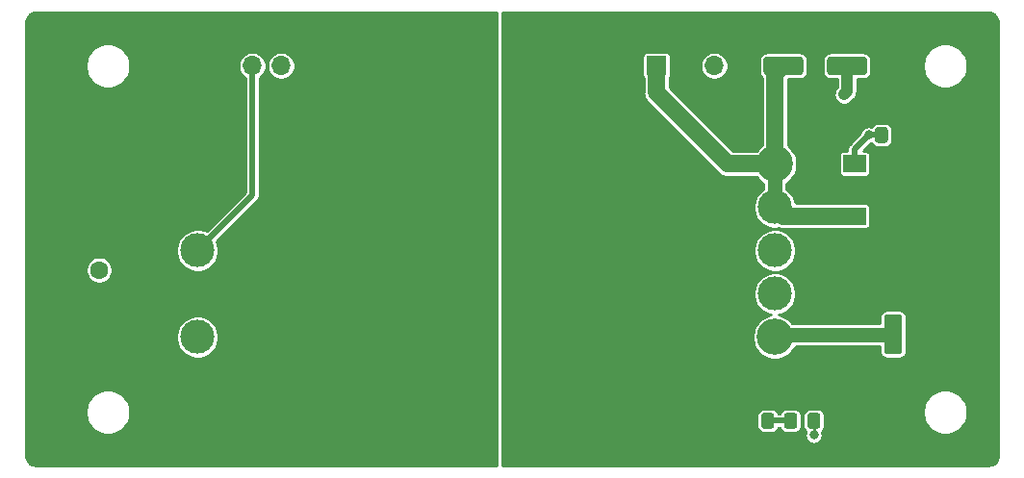
<source format=gbr>
%TF.GenerationSoftware,KiCad,Pcbnew,(5.1.12)-1*%
%TF.CreationDate,2022-03-07T22:28:18-06:00*%
%TF.ProjectId,Power_Board,506f7765-725f-4426-9f61-72642e6b6963,rev?*%
%TF.SameCoordinates,Original*%
%TF.FileFunction,Copper,L1,Top*%
%TF.FilePolarity,Positive*%
%FSLAX46Y46*%
G04 Gerber Fmt 4.6, Leading zero omitted, Abs format (unit mm)*
G04 Created by KiCad (PCBNEW (5.1.12)-1) date 2022-03-07 22:28:18*
%MOMM*%
%LPD*%
G01*
G04 APERTURE LIST*
%TA.AperFunction,SMDPad,CuDef*%
%ADD10R,2.000000X3.800000*%
%TD*%
%TA.AperFunction,SMDPad,CuDef*%
%ADD11R,2.000000X1.500000*%
%TD*%
%TA.AperFunction,ComponentPad*%
%ADD12C,3.000000*%
%TD*%
%TA.AperFunction,ComponentPad*%
%ADD13C,3.200000*%
%TD*%
%TA.AperFunction,ComponentPad*%
%ADD14R,1.600000X1.600000*%
%TD*%
%TA.AperFunction,ComponentPad*%
%ADD15C,1.600000*%
%TD*%
%TA.AperFunction,ComponentPad*%
%ADD16R,1.700000X1.700000*%
%TD*%
%TA.AperFunction,ComponentPad*%
%ADD17O,1.700000X1.700000*%
%TD*%
%TA.AperFunction,ViaPad*%
%ADD18C,0.800000*%
%TD*%
%TA.AperFunction,Conductor*%
%ADD19C,1.524000*%
%TD*%
%TA.AperFunction,Conductor*%
%ADD20C,1.270000*%
%TD*%
%TA.AperFunction,Conductor*%
%ADD21C,0.508000*%
%TD*%
%TA.AperFunction,Conductor*%
%ADD22C,0.254000*%
%TD*%
%TA.AperFunction,Conductor*%
%ADD23C,1.016000*%
%TD*%
%TA.AperFunction,Conductor*%
%ADD24C,0.100000*%
%TD*%
G04 APERTURE END LIST*
%TO.P,C10,2*%
%TO.N,GND*%
%TA.AperFunction,SMDPad,CuDef*%
G36*
G01*
X178493000Y-81337999D02*
X178493000Y-82238001D01*
G75*
G02*
X178243001Y-82488000I-249999J0D01*
G01*
X177592999Y-82488000D01*
G75*
G02*
X177343000Y-82238001I0J249999D01*
G01*
X177343000Y-81337999D01*
G75*
G02*
X177592999Y-81088000I249999J0D01*
G01*
X178243001Y-81088000D01*
G75*
G02*
X178493000Y-81337999I0J-249999D01*
G01*
G37*
%TD.AperFunction*%
%TO.P,C10,1*%
%TO.N,+3V3*%
%TA.AperFunction,SMDPad,CuDef*%
G36*
G01*
X180543000Y-81337999D02*
X180543000Y-82238001D01*
G75*
G02*
X180293001Y-82488000I-249999J0D01*
G01*
X179642999Y-82488000D01*
G75*
G02*
X179393000Y-82238001I0J249999D01*
G01*
X179393000Y-81337999D01*
G75*
G02*
X179642999Y-81088000I249999J0D01*
G01*
X180293001Y-81088000D01*
G75*
G02*
X180543000Y-81337999I0J-249999D01*
G01*
G37*
%TD.AperFunction*%
%TD*%
D10*
%TO.P,U4,2*%
%TO.N,+3V3*%
X181839000Y-86614000D03*
D11*
X175539000Y-86614000D03*
%TO.P,U4,3*%
%TO.N,+12V*%
X175539000Y-88914000D03*
%TO.P,U4,1*%
%TO.N,GND*%
X175539000Y-84314000D03*
%TD*%
D12*
%TO.P,U5,1*%
%TO.N,VOUT+*%
X117729000Y-84328000D03*
%TO.P,U5,2*%
%TO.N,PWRGD*%
X117729000Y-91948000D03*
%TO.P,U5,3*%
%TO.N,VOUT-*%
X117729000Y-99568000D03*
D13*
%TO.P,U5,4*%
%TO.N,GND*%
X168529000Y-99568000D03*
D12*
%TO.P,U5,5*%
X168529000Y-95758000D03*
%TO.P,U5,6*%
%TO.N,Net-(U5-Pad6)*%
X168529000Y-91948000D03*
%TO.P,U5,7*%
%TO.N,+12V*%
X168529000Y-88138000D03*
D13*
%TO.P,U5,8*%
X168529000Y-84328000D03*
%TD*%
%TO.P,C9,2*%
%TO.N,GND*%
%TA.AperFunction,SMDPad,CuDef*%
G36*
G01*
X178393000Y-97570000D02*
X179493000Y-97570000D01*
G75*
G02*
X179743000Y-97820000I0J-250000D01*
G01*
X179743000Y-100820000D01*
G75*
G02*
X179493000Y-101070000I-250000J0D01*
G01*
X178393000Y-101070000D01*
G75*
G02*
X178143000Y-100820000I0J250000D01*
G01*
X178143000Y-97820000D01*
G75*
G02*
X178393000Y-97570000I250000J0D01*
G01*
G37*
%TD.AperFunction*%
%TO.P,C9,1*%
%TO.N,+3V3*%
%TA.AperFunction,SMDPad,CuDef*%
G36*
G01*
X178393000Y-91970000D02*
X179493000Y-91970000D01*
G75*
G02*
X179743000Y-92220000I0J-250000D01*
G01*
X179743000Y-95220000D01*
G75*
G02*
X179493000Y-95470000I-250000J0D01*
G01*
X178393000Y-95470000D01*
G75*
G02*
X178143000Y-95220000I0J250000D01*
G01*
X178143000Y-92220000D01*
G75*
G02*
X178393000Y-91970000I250000J0D01*
G01*
G37*
%TD.AperFunction*%
%TD*%
D14*
%TO.P,C40,1*%
%TO.N,VOUT+*%
X109093000Y-90170000D03*
D15*
%TO.P,C40,2*%
%TO.N,VOUT-*%
X109093000Y-93670000D03*
%TD*%
%TO.P,D7,2*%
%TO.N,Net-(D7-Pad2)*%
%TA.AperFunction,SMDPad,CuDef*%
G36*
G01*
X170492000Y-106483999D02*
X170492000Y-107384001D01*
G75*
G02*
X170242001Y-107634000I-249999J0D01*
G01*
X169591999Y-107634000D01*
G75*
G02*
X169342000Y-107384001I0J249999D01*
G01*
X169342000Y-106483999D01*
G75*
G02*
X169591999Y-106234000I249999J0D01*
G01*
X170242001Y-106234000D01*
G75*
G02*
X170492000Y-106483999I0J-249999D01*
G01*
G37*
%TD.AperFunction*%
%TO.P,D7,1*%
%TO.N,GND*%
%TA.AperFunction,SMDPad,CuDef*%
G36*
G01*
X172542000Y-106483999D02*
X172542000Y-107384001D01*
G75*
G02*
X172292001Y-107634000I-249999J0D01*
G01*
X171641999Y-107634000D01*
G75*
G02*
X171392000Y-107384001I0J249999D01*
G01*
X171392000Y-106483999D01*
G75*
G02*
X171641999Y-106234000I249999J0D01*
G01*
X172292001Y-106234000D01*
G75*
G02*
X172542000Y-106483999I0J-249999D01*
G01*
G37*
%TD.AperFunction*%
%TD*%
%TO.P,R39,2*%
%TO.N,+3V3*%
%TA.AperFunction,SMDPad,CuDef*%
G36*
G01*
X166428000Y-106483999D02*
X166428000Y-107384001D01*
G75*
G02*
X166178001Y-107634000I-249999J0D01*
G01*
X165527999Y-107634000D01*
G75*
G02*
X165278000Y-107384001I0J249999D01*
G01*
X165278000Y-106483999D01*
G75*
G02*
X165527999Y-106234000I249999J0D01*
G01*
X166178001Y-106234000D01*
G75*
G02*
X166428000Y-106483999I0J-249999D01*
G01*
G37*
%TD.AperFunction*%
%TO.P,R39,1*%
%TO.N,Net-(D7-Pad2)*%
%TA.AperFunction,SMDPad,CuDef*%
G36*
G01*
X168478000Y-106483999D02*
X168478000Y-107384001D01*
G75*
G02*
X168228001Y-107634000I-249999J0D01*
G01*
X167577999Y-107634000D01*
G75*
G02*
X167328000Y-107384001I0J249999D01*
G01*
X167328000Y-106483999D01*
G75*
G02*
X167577999Y-106234000I249999J0D01*
G01*
X168228001Y-106234000D01*
G75*
G02*
X168478000Y-106483999I0J-249999D01*
G01*
G37*
%TD.AperFunction*%
%TD*%
D16*
%TO.P,J5,1*%
%TO.N,VOUT+*%
X120015000Y-75692000D03*
D17*
%TO.P,J5,2*%
%TO.N,PWRGD*%
X122555000Y-75692000D03*
%TO.P,J5,3*%
%TO.N,VOUT-*%
X125095000Y-75692000D03*
%TD*%
%TO.P,J6,3*%
%TO.N,GND*%
X163195000Y-75692000D03*
%TO.P,J6,2*%
%TO.N,+3V3*%
X160655000Y-75692000D03*
D16*
%TO.P,J6,1*%
%TO.N,+12V*%
X158115000Y-75692000D03*
%TD*%
%TO.P,C8,1*%
%TO.N,+12V*%
%TA.AperFunction,SMDPad,CuDef*%
G36*
G01*
X167535000Y-76242000D02*
X167535000Y-75142000D01*
G75*
G02*
X167785000Y-74892000I250000J0D01*
G01*
X170785000Y-74892000D01*
G75*
G02*
X171035000Y-75142000I0J-250000D01*
G01*
X171035000Y-76242000D01*
G75*
G02*
X170785000Y-76492000I-250000J0D01*
G01*
X167785000Y-76492000D01*
G75*
G02*
X167535000Y-76242000I0J250000D01*
G01*
G37*
%TD.AperFunction*%
%TO.P,C8,2*%
%TO.N,GND*%
%TA.AperFunction,SMDPad,CuDef*%
G36*
G01*
X173135000Y-76242000D02*
X173135000Y-75142000D01*
G75*
G02*
X173385000Y-74892000I250000J0D01*
G01*
X176385000Y-74892000D01*
G75*
G02*
X176635000Y-75142000I0J-250000D01*
G01*
X176635000Y-76242000D01*
G75*
G02*
X176385000Y-76492000I-250000J0D01*
G01*
X173385000Y-76492000D01*
G75*
G02*
X173135000Y-76242000I0J250000D01*
G01*
G37*
%TD.AperFunction*%
%TD*%
D18*
%TO.N,GND*%
X171958000Y-108204000D03*
X176784000Y-81788000D03*
X174625000Y-78232000D03*
%TD*%
D19*
%TO.N,+3V3*%
X175539000Y-86614000D02*
X181839000Y-86614000D01*
D20*
X179968000Y-84743000D02*
X181839000Y-86614000D01*
X179968000Y-81788000D02*
X179968000Y-84743000D01*
X181839000Y-90824000D02*
X178943000Y-93720000D01*
X181839000Y-86614000D02*
X181839000Y-90824000D01*
D21*
%TO.N,PWRGD*%
X122555000Y-87122000D02*
X117729000Y-91948000D01*
X122555000Y-75692000D02*
X122555000Y-87122000D01*
D20*
%TO.N,+12V*%
X168529000Y-84328000D02*
X168529000Y-88138000D01*
D19*
X169305000Y-88914000D02*
X175539000Y-88914000D01*
X168529000Y-88138000D02*
X169305000Y-88914000D01*
X164377000Y-84328000D02*
X168529000Y-84328000D01*
X158115000Y-78066000D02*
X164377000Y-84328000D01*
X158115000Y-75692000D02*
X158115000Y-78066000D01*
X168529000Y-76448000D02*
X169285000Y-75692000D01*
X168529000Y-84328000D02*
X168529000Y-76448000D01*
D22*
%TO.N,GND*%
X171967000Y-108195000D02*
X171958000Y-108204000D01*
X171967000Y-106934000D02*
X171967000Y-108195000D01*
D21*
X177918000Y-81788000D02*
X176784000Y-81788000D01*
X175539000Y-83033000D02*
X176784000Y-81788000D01*
X175539000Y-84314000D02*
X175539000Y-83033000D01*
D20*
X168777000Y-99320000D02*
X168529000Y-99568000D01*
X178943000Y-99320000D02*
X168777000Y-99320000D01*
D23*
X174885000Y-77972000D02*
X174625000Y-78232000D01*
X174885000Y-75692000D02*
X174885000Y-77972000D01*
D21*
%TO.N,Net-(D7-Pad2)*%
X167903000Y-106934000D02*
X169917000Y-106934000D01*
%TD*%
D22*
%TO.N,VOUT+*%
X144018000Y-110846000D02*
X103524854Y-110846000D01*
X103337559Y-110827636D01*
X103176497Y-110779008D01*
X103027949Y-110700023D01*
X102897570Y-110593689D01*
X102790326Y-110464054D01*
X102710305Y-110316058D01*
X102660554Y-110155339D01*
X102641000Y-109969293D01*
X102641000Y-105976889D01*
X107874000Y-105976889D01*
X107874000Y-106367111D01*
X107950129Y-106749836D01*
X108099461Y-107110355D01*
X108316257Y-107434814D01*
X108592186Y-107710743D01*
X108916645Y-107927539D01*
X109277164Y-108076871D01*
X109659889Y-108153000D01*
X110050111Y-108153000D01*
X110432836Y-108076871D01*
X110793355Y-107927539D01*
X111117814Y-107710743D01*
X111393743Y-107434814D01*
X111610539Y-107110355D01*
X111759871Y-106749836D01*
X111836000Y-106367111D01*
X111836000Y-105976889D01*
X111759871Y-105594164D01*
X111610539Y-105233645D01*
X111393743Y-104909186D01*
X111117814Y-104633257D01*
X110793355Y-104416461D01*
X110432836Y-104267129D01*
X110050111Y-104191000D01*
X109659889Y-104191000D01*
X109277164Y-104267129D01*
X108916645Y-104416461D01*
X108592186Y-104633257D01*
X108316257Y-104909186D01*
X108099461Y-105233645D01*
X107950129Y-105594164D01*
X107874000Y-105976889D01*
X102641000Y-105976889D01*
X102641000Y-99382738D01*
X115848000Y-99382738D01*
X115848000Y-99753262D01*
X115920286Y-100116667D01*
X116062080Y-100458987D01*
X116267932Y-100767067D01*
X116529933Y-101029068D01*
X116838013Y-101234920D01*
X117180333Y-101376714D01*
X117543738Y-101449000D01*
X117914262Y-101449000D01*
X118277667Y-101376714D01*
X118619987Y-101234920D01*
X118928067Y-101029068D01*
X119190068Y-100767067D01*
X119395920Y-100458987D01*
X119537714Y-100116667D01*
X119610000Y-99753262D01*
X119610000Y-99382738D01*
X119537714Y-99019333D01*
X119395920Y-98677013D01*
X119190068Y-98368933D01*
X118928067Y-98106932D01*
X118619987Y-97901080D01*
X118277667Y-97759286D01*
X117914262Y-97687000D01*
X117543738Y-97687000D01*
X117180333Y-97759286D01*
X116838013Y-97901080D01*
X116529933Y-98106932D01*
X116267932Y-98368933D01*
X116062080Y-98677013D01*
X115920286Y-99019333D01*
X115848000Y-99382738D01*
X102641000Y-99382738D01*
X102641000Y-93553682D01*
X107912000Y-93553682D01*
X107912000Y-93786318D01*
X107957386Y-94014485D01*
X108046412Y-94229413D01*
X108175658Y-94422843D01*
X108340157Y-94587342D01*
X108533587Y-94716588D01*
X108748515Y-94805614D01*
X108976682Y-94851000D01*
X109209318Y-94851000D01*
X109437485Y-94805614D01*
X109652413Y-94716588D01*
X109845843Y-94587342D01*
X110010342Y-94422843D01*
X110139588Y-94229413D01*
X110228614Y-94014485D01*
X110274000Y-93786318D01*
X110274000Y-93553682D01*
X110228614Y-93325515D01*
X110139588Y-93110587D01*
X110010342Y-92917157D01*
X109845843Y-92752658D01*
X109652413Y-92623412D01*
X109437485Y-92534386D01*
X109209318Y-92489000D01*
X108976682Y-92489000D01*
X108748515Y-92534386D01*
X108533587Y-92623412D01*
X108340157Y-92752658D01*
X108175658Y-92917157D01*
X108046412Y-93110587D01*
X107957386Y-93325515D01*
X107912000Y-93553682D01*
X102641000Y-93553682D01*
X102641000Y-91762738D01*
X115848000Y-91762738D01*
X115848000Y-92133262D01*
X115920286Y-92496667D01*
X116062080Y-92838987D01*
X116267932Y-93147067D01*
X116529933Y-93409068D01*
X116838013Y-93614920D01*
X117180333Y-93756714D01*
X117543738Y-93829000D01*
X117914262Y-93829000D01*
X118277667Y-93756714D01*
X118619987Y-93614920D01*
X118928067Y-93409068D01*
X119190068Y-93147067D01*
X119395920Y-92838987D01*
X119537714Y-92496667D01*
X119610000Y-92133262D01*
X119610000Y-91762738D01*
X119537714Y-91399333D01*
X119431680Y-91143345D01*
X122981961Y-87593065D01*
X123006185Y-87573185D01*
X123026065Y-87548961D01*
X123026069Y-87548957D01*
X123085538Y-87476494D01*
X123144502Y-87366180D01*
X123180812Y-87246482D01*
X123190000Y-87153192D01*
X123190000Y-87153189D01*
X123193072Y-87122000D01*
X123190000Y-87090811D01*
X123190000Y-76748218D01*
X123339717Y-76648180D01*
X123511180Y-76476717D01*
X123645898Y-76275097D01*
X123738693Y-76051069D01*
X123786000Y-75813243D01*
X123786000Y-75570757D01*
X123864000Y-75570757D01*
X123864000Y-75813243D01*
X123911307Y-76051069D01*
X124004102Y-76275097D01*
X124138820Y-76476717D01*
X124310283Y-76648180D01*
X124511903Y-76782898D01*
X124735931Y-76875693D01*
X124973757Y-76923000D01*
X125216243Y-76923000D01*
X125454069Y-76875693D01*
X125678097Y-76782898D01*
X125879717Y-76648180D01*
X126051180Y-76476717D01*
X126185898Y-76275097D01*
X126278693Y-76051069D01*
X126326000Y-75813243D01*
X126326000Y-75570757D01*
X126278693Y-75332931D01*
X126185898Y-75108903D01*
X126051180Y-74907283D01*
X125879717Y-74735820D01*
X125678097Y-74601102D01*
X125454069Y-74508307D01*
X125216243Y-74461000D01*
X124973757Y-74461000D01*
X124735931Y-74508307D01*
X124511903Y-74601102D01*
X124310283Y-74735820D01*
X124138820Y-74907283D01*
X124004102Y-75108903D01*
X123911307Y-75332931D01*
X123864000Y-75570757D01*
X123786000Y-75570757D01*
X123738693Y-75332931D01*
X123645898Y-75108903D01*
X123511180Y-74907283D01*
X123339717Y-74735820D01*
X123138097Y-74601102D01*
X122914069Y-74508307D01*
X122676243Y-74461000D01*
X122433757Y-74461000D01*
X122195931Y-74508307D01*
X121971903Y-74601102D01*
X121770283Y-74735820D01*
X121598820Y-74907283D01*
X121464102Y-75108903D01*
X121371307Y-75332931D01*
X121324000Y-75570757D01*
X121324000Y-75813243D01*
X121371307Y-76051069D01*
X121464102Y-76275097D01*
X121598820Y-76476717D01*
X121770283Y-76648180D01*
X121920000Y-76748218D01*
X121920001Y-86858973D01*
X118533655Y-90245320D01*
X118277667Y-90139286D01*
X117914262Y-90067000D01*
X117543738Y-90067000D01*
X117180333Y-90139286D01*
X116838013Y-90281080D01*
X116529933Y-90486932D01*
X116267932Y-90748933D01*
X116062080Y-91057013D01*
X115920286Y-91399333D01*
X115848000Y-91762738D01*
X102641000Y-91762738D01*
X102641000Y-75496889D01*
X107874000Y-75496889D01*
X107874000Y-75887111D01*
X107950129Y-76269836D01*
X108099461Y-76630355D01*
X108316257Y-76954814D01*
X108592186Y-77230743D01*
X108916645Y-77447539D01*
X109277164Y-77596871D01*
X109659889Y-77673000D01*
X110050111Y-77673000D01*
X110432836Y-77596871D01*
X110793355Y-77447539D01*
X111117814Y-77230743D01*
X111393743Y-76954814D01*
X111610539Y-76630355D01*
X111759871Y-76269836D01*
X111836000Y-75887111D01*
X111836000Y-75496889D01*
X111759871Y-75114164D01*
X111610539Y-74753645D01*
X111393743Y-74429186D01*
X111117814Y-74153257D01*
X110793355Y-73936461D01*
X110432836Y-73787129D01*
X110050111Y-73711000D01*
X109659889Y-73711000D01*
X109277164Y-73787129D01*
X108916645Y-73936461D01*
X108592186Y-74153257D01*
X108316257Y-74429186D01*
X108099461Y-74753645D01*
X107950129Y-75114164D01*
X107874000Y-75496889D01*
X102641000Y-75496889D01*
X102641000Y-71901854D01*
X102659364Y-71714559D01*
X102707992Y-71553499D01*
X102786979Y-71404946D01*
X102893310Y-71274570D01*
X103022946Y-71167326D01*
X103170942Y-71087305D01*
X103331661Y-71037554D01*
X103517707Y-71018000D01*
X144018000Y-71018000D01*
X144018000Y-110846000D01*
%TA.AperFunction,Conductor*%
D24*
G36*
X144018000Y-110846000D02*
G01*
X103524854Y-110846000D01*
X103337559Y-110827636D01*
X103176497Y-110779008D01*
X103027949Y-110700023D01*
X102897570Y-110593689D01*
X102790326Y-110464054D01*
X102710305Y-110316058D01*
X102660554Y-110155339D01*
X102641000Y-109969293D01*
X102641000Y-105976889D01*
X107874000Y-105976889D01*
X107874000Y-106367111D01*
X107950129Y-106749836D01*
X108099461Y-107110355D01*
X108316257Y-107434814D01*
X108592186Y-107710743D01*
X108916645Y-107927539D01*
X109277164Y-108076871D01*
X109659889Y-108153000D01*
X110050111Y-108153000D01*
X110432836Y-108076871D01*
X110793355Y-107927539D01*
X111117814Y-107710743D01*
X111393743Y-107434814D01*
X111610539Y-107110355D01*
X111759871Y-106749836D01*
X111836000Y-106367111D01*
X111836000Y-105976889D01*
X111759871Y-105594164D01*
X111610539Y-105233645D01*
X111393743Y-104909186D01*
X111117814Y-104633257D01*
X110793355Y-104416461D01*
X110432836Y-104267129D01*
X110050111Y-104191000D01*
X109659889Y-104191000D01*
X109277164Y-104267129D01*
X108916645Y-104416461D01*
X108592186Y-104633257D01*
X108316257Y-104909186D01*
X108099461Y-105233645D01*
X107950129Y-105594164D01*
X107874000Y-105976889D01*
X102641000Y-105976889D01*
X102641000Y-99382738D01*
X115848000Y-99382738D01*
X115848000Y-99753262D01*
X115920286Y-100116667D01*
X116062080Y-100458987D01*
X116267932Y-100767067D01*
X116529933Y-101029068D01*
X116838013Y-101234920D01*
X117180333Y-101376714D01*
X117543738Y-101449000D01*
X117914262Y-101449000D01*
X118277667Y-101376714D01*
X118619987Y-101234920D01*
X118928067Y-101029068D01*
X119190068Y-100767067D01*
X119395920Y-100458987D01*
X119537714Y-100116667D01*
X119610000Y-99753262D01*
X119610000Y-99382738D01*
X119537714Y-99019333D01*
X119395920Y-98677013D01*
X119190068Y-98368933D01*
X118928067Y-98106932D01*
X118619987Y-97901080D01*
X118277667Y-97759286D01*
X117914262Y-97687000D01*
X117543738Y-97687000D01*
X117180333Y-97759286D01*
X116838013Y-97901080D01*
X116529933Y-98106932D01*
X116267932Y-98368933D01*
X116062080Y-98677013D01*
X115920286Y-99019333D01*
X115848000Y-99382738D01*
X102641000Y-99382738D01*
X102641000Y-93553682D01*
X107912000Y-93553682D01*
X107912000Y-93786318D01*
X107957386Y-94014485D01*
X108046412Y-94229413D01*
X108175658Y-94422843D01*
X108340157Y-94587342D01*
X108533587Y-94716588D01*
X108748515Y-94805614D01*
X108976682Y-94851000D01*
X109209318Y-94851000D01*
X109437485Y-94805614D01*
X109652413Y-94716588D01*
X109845843Y-94587342D01*
X110010342Y-94422843D01*
X110139588Y-94229413D01*
X110228614Y-94014485D01*
X110274000Y-93786318D01*
X110274000Y-93553682D01*
X110228614Y-93325515D01*
X110139588Y-93110587D01*
X110010342Y-92917157D01*
X109845843Y-92752658D01*
X109652413Y-92623412D01*
X109437485Y-92534386D01*
X109209318Y-92489000D01*
X108976682Y-92489000D01*
X108748515Y-92534386D01*
X108533587Y-92623412D01*
X108340157Y-92752658D01*
X108175658Y-92917157D01*
X108046412Y-93110587D01*
X107957386Y-93325515D01*
X107912000Y-93553682D01*
X102641000Y-93553682D01*
X102641000Y-91762738D01*
X115848000Y-91762738D01*
X115848000Y-92133262D01*
X115920286Y-92496667D01*
X116062080Y-92838987D01*
X116267932Y-93147067D01*
X116529933Y-93409068D01*
X116838013Y-93614920D01*
X117180333Y-93756714D01*
X117543738Y-93829000D01*
X117914262Y-93829000D01*
X118277667Y-93756714D01*
X118619987Y-93614920D01*
X118928067Y-93409068D01*
X119190068Y-93147067D01*
X119395920Y-92838987D01*
X119537714Y-92496667D01*
X119610000Y-92133262D01*
X119610000Y-91762738D01*
X119537714Y-91399333D01*
X119431680Y-91143345D01*
X122981961Y-87593065D01*
X123006185Y-87573185D01*
X123026065Y-87548961D01*
X123026069Y-87548957D01*
X123085538Y-87476494D01*
X123144502Y-87366180D01*
X123180812Y-87246482D01*
X123190000Y-87153192D01*
X123190000Y-87153189D01*
X123193072Y-87122000D01*
X123190000Y-87090811D01*
X123190000Y-76748218D01*
X123339717Y-76648180D01*
X123511180Y-76476717D01*
X123645898Y-76275097D01*
X123738693Y-76051069D01*
X123786000Y-75813243D01*
X123786000Y-75570757D01*
X123864000Y-75570757D01*
X123864000Y-75813243D01*
X123911307Y-76051069D01*
X124004102Y-76275097D01*
X124138820Y-76476717D01*
X124310283Y-76648180D01*
X124511903Y-76782898D01*
X124735931Y-76875693D01*
X124973757Y-76923000D01*
X125216243Y-76923000D01*
X125454069Y-76875693D01*
X125678097Y-76782898D01*
X125879717Y-76648180D01*
X126051180Y-76476717D01*
X126185898Y-76275097D01*
X126278693Y-76051069D01*
X126326000Y-75813243D01*
X126326000Y-75570757D01*
X126278693Y-75332931D01*
X126185898Y-75108903D01*
X126051180Y-74907283D01*
X125879717Y-74735820D01*
X125678097Y-74601102D01*
X125454069Y-74508307D01*
X125216243Y-74461000D01*
X124973757Y-74461000D01*
X124735931Y-74508307D01*
X124511903Y-74601102D01*
X124310283Y-74735820D01*
X124138820Y-74907283D01*
X124004102Y-75108903D01*
X123911307Y-75332931D01*
X123864000Y-75570757D01*
X123786000Y-75570757D01*
X123738693Y-75332931D01*
X123645898Y-75108903D01*
X123511180Y-74907283D01*
X123339717Y-74735820D01*
X123138097Y-74601102D01*
X122914069Y-74508307D01*
X122676243Y-74461000D01*
X122433757Y-74461000D01*
X122195931Y-74508307D01*
X121971903Y-74601102D01*
X121770283Y-74735820D01*
X121598820Y-74907283D01*
X121464102Y-75108903D01*
X121371307Y-75332931D01*
X121324000Y-75570757D01*
X121324000Y-75813243D01*
X121371307Y-76051069D01*
X121464102Y-76275097D01*
X121598820Y-76476717D01*
X121770283Y-76648180D01*
X121920000Y-76748218D01*
X121920001Y-86858973D01*
X118533655Y-90245320D01*
X118277667Y-90139286D01*
X117914262Y-90067000D01*
X117543738Y-90067000D01*
X117180333Y-90139286D01*
X116838013Y-90281080D01*
X116529933Y-90486932D01*
X116267932Y-90748933D01*
X116062080Y-91057013D01*
X115920286Y-91399333D01*
X115848000Y-91762738D01*
X102641000Y-91762738D01*
X102641000Y-75496889D01*
X107874000Y-75496889D01*
X107874000Y-75887111D01*
X107950129Y-76269836D01*
X108099461Y-76630355D01*
X108316257Y-76954814D01*
X108592186Y-77230743D01*
X108916645Y-77447539D01*
X109277164Y-77596871D01*
X109659889Y-77673000D01*
X110050111Y-77673000D01*
X110432836Y-77596871D01*
X110793355Y-77447539D01*
X111117814Y-77230743D01*
X111393743Y-76954814D01*
X111610539Y-76630355D01*
X111759871Y-76269836D01*
X111836000Y-75887111D01*
X111836000Y-75496889D01*
X111759871Y-75114164D01*
X111610539Y-74753645D01*
X111393743Y-74429186D01*
X111117814Y-74153257D01*
X110793355Y-73936461D01*
X110432836Y-73787129D01*
X110050111Y-73711000D01*
X109659889Y-73711000D01*
X109277164Y-73787129D01*
X108916645Y-73936461D01*
X108592186Y-74153257D01*
X108316257Y-74429186D01*
X108099461Y-74753645D01*
X107950129Y-75114164D01*
X107874000Y-75496889D01*
X102641000Y-75496889D01*
X102641000Y-71901854D01*
X102659364Y-71714559D01*
X102707992Y-71553499D01*
X102786979Y-71404946D01*
X102893310Y-71274570D01*
X103022946Y-71167326D01*
X103170942Y-71087305D01*
X103331661Y-71037554D01*
X103517707Y-71018000D01*
X144018000Y-71018000D01*
X144018000Y-110846000D01*
G37*
%TD.AperFunction*%
%TD*%
D22*
%TO.N,+3V3*%
X187492441Y-71036364D02*
X187653501Y-71084992D01*
X187802054Y-71163979D01*
X187932430Y-71270310D01*
X188039674Y-71399946D01*
X188119695Y-71547942D01*
X188169446Y-71708661D01*
X188189000Y-71894707D01*
X188189001Y-109962136D01*
X188170636Y-110149441D01*
X188122008Y-110310503D01*
X188043023Y-110459051D01*
X187936689Y-110589430D01*
X187807054Y-110696674D01*
X187659058Y-110776695D01*
X187498339Y-110826446D01*
X187312293Y-110846000D01*
X144526000Y-110846000D01*
X144526000Y-106483999D01*
X166945157Y-106483999D01*
X166945157Y-107384001D01*
X166957317Y-107507462D01*
X166993329Y-107626179D01*
X167051810Y-107735589D01*
X167130512Y-107831488D01*
X167226411Y-107910190D01*
X167335821Y-107968671D01*
X167454538Y-108004683D01*
X167577999Y-108016843D01*
X168228001Y-108016843D01*
X168351462Y-108004683D01*
X168470179Y-107968671D01*
X168579589Y-107910190D01*
X168675488Y-107831488D01*
X168754190Y-107735589D01*
X168812671Y-107626179D01*
X168830016Y-107569000D01*
X168989984Y-107569000D01*
X169007329Y-107626179D01*
X169065810Y-107735589D01*
X169144512Y-107831488D01*
X169240411Y-107910190D01*
X169349821Y-107968671D01*
X169468538Y-108004683D01*
X169591999Y-108016843D01*
X170242001Y-108016843D01*
X170365462Y-108004683D01*
X170484179Y-107968671D01*
X170593589Y-107910190D01*
X170689488Y-107831488D01*
X170768190Y-107735589D01*
X170826671Y-107626179D01*
X170862683Y-107507462D01*
X170874843Y-107384001D01*
X170874843Y-106483999D01*
X171009157Y-106483999D01*
X171009157Y-107384001D01*
X171021317Y-107507462D01*
X171057329Y-107626179D01*
X171115810Y-107735589D01*
X171194512Y-107831488D01*
X171248574Y-107875855D01*
X171207013Y-107976191D01*
X171177000Y-108127078D01*
X171177000Y-108280922D01*
X171207013Y-108431809D01*
X171265887Y-108573942D01*
X171351358Y-108701859D01*
X171460141Y-108810642D01*
X171588058Y-108896113D01*
X171730191Y-108954987D01*
X171881078Y-108985000D01*
X172034922Y-108985000D01*
X172185809Y-108954987D01*
X172327942Y-108896113D01*
X172455859Y-108810642D01*
X172564642Y-108701859D01*
X172650113Y-108573942D01*
X172708987Y-108431809D01*
X172739000Y-108280922D01*
X172739000Y-108127078D01*
X172708987Y-107976191D01*
X172671993Y-107886880D01*
X172739488Y-107831488D01*
X172818190Y-107735589D01*
X172876671Y-107626179D01*
X172912683Y-107507462D01*
X172924843Y-107384001D01*
X172924843Y-106483999D01*
X172912683Y-106360538D01*
X172876671Y-106241821D01*
X172818190Y-106132411D01*
X172739488Y-106036512D01*
X172666837Y-105976889D01*
X181534000Y-105976889D01*
X181534000Y-106367111D01*
X181610129Y-106749836D01*
X181759461Y-107110355D01*
X181976257Y-107434814D01*
X182252186Y-107710743D01*
X182576645Y-107927539D01*
X182937164Y-108076871D01*
X183319889Y-108153000D01*
X183710111Y-108153000D01*
X184092836Y-108076871D01*
X184453355Y-107927539D01*
X184777814Y-107710743D01*
X185053743Y-107434814D01*
X185270539Y-107110355D01*
X185419871Y-106749836D01*
X185496000Y-106367111D01*
X185496000Y-105976889D01*
X185419871Y-105594164D01*
X185270539Y-105233645D01*
X185053743Y-104909186D01*
X184777814Y-104633257D01*
X184453355Y-104416461D01*
X184092836Y-104267129D01*
X183710111Y-104191000D01*
X183319889Y-104191000D01*
X182937164Y-104267129D01*
X182576645Y-104416461D01*
X182252186Y-104633257D01*
X181976257Y-104909186D01*
X181759461Y-105233645D01*
X181610129Y-105594164D01*
X181534000Y-105976889D01*
X172666837Y-105976889D01*
X172643589Y-105957810D01*
X172534179Y-105899329D01*
X172415462Y-105863317D01*
X172292001Y-105851157D01*
X171641999Y-105851157D01*
X171518538Y-105863317D01*
X171399821Y-105899329D01*
X171290411Y-105957810D01*
X171194512Y-106036512D01*
X171115810Y-106132411D01*
X171057329Y-106241821D01*
X171021317Y-106360538D01*
X171009157Y-106483999D01*
X170874843Y-106483999D01*
X170862683Y-106360538D01*
X170826671Y-106241821D01*
X170768190Y-106132411D01*
X170689488Y-106036512D01*
X170593589Y-105957810D01*
X170484179Y-105899329D01*
X170365462Y-105863317D01*
X170242001Y-105851157D01*
X169591999Y-105851157D01*
X169468538Y-105863317D01*
X169349821Y-105899329D01*
X169240411Y-105957810D01*
X169144512Y-106036512D01*
X169065810Y-106132411D01*
X169007329Y-106241821D01*
X168989984Y-106299000D01*
X168830016Y-106299000D01*
X168812671Y-106241821D01*
X168754190Y-106132411D01*
X168675488Y-106036512D01*
X168579589Y-105957810D01*
X168470179Y-105899329D01*
X168351462Y-105863317D01*
X168228001Y-105851157D01*
X167577999Y-105851157D01*
X167454538Y-105863317D01*
X167335821Y-105899329D01*
X167226411Y-105957810D01*
X167130512Y-106036512D01*
X167051810Y-106132411D01*
X166993329Y-106241821D01*
X166957317Y-106360538D01*
X166945157Y-106483999D01*
X144526000Y-106483999D01*
X144526000Y-99372889D01*
X166548000Y-99372889D01*
X166548000Y-99763111D01*
X166624129Y-100145836D01*
X166773461Y-100506355D01*
X166990257Y-100830814D01*
X167266186Y-101106743D01*
X167590645Y-101323539D01*
X167951164Y-101472871D01*
X168333889Y-101549000D01*
X168724111Y-101549000D01*
X169106836Y-101472871D01*
X169467355Y-101323539D01*
X169791814Y-101106743D01*
X170067743Y-100830814D01*
X170284539Y-100506355D01*
X170355102Y-100336000D01*
X177760157Y-100336000D01*
X177760157Y-100820000D01*
X177772317Y-100943462D01*
X177808329Y-101062179D01*
X177866810Y-101171589D01*
X177945512Y-101267488D01*
X178041411Y-101346190D01*
X178150821Y-101404671D01*
X178269538Y-101440683D01*
X178393000Y-101452843D01*
X179493000Y-101452843D01*
X179616462Y-101440683D01*
X179735179Y-101404671D01*
X179844589Y-101346190D01*
X179940488Y-101267488D01*
X180019190Y-101171589D01*
X180077671Y-101062179D01*
X180113683Y-100943462D01*
X180125843Y-100820000D01*
X180125843Y-97820000D01*
X180113683Y-97696538D01*
X180077671Y-97577821D01*
X180019190Y-97468411D01*
X179940488Y-97372512D01*
X179844589Y-97293810D01*
X179735179Y-97235329D01*
X179616462Y-97199317D01*
X179493000Y-97187157D01*
X178393000Y-97187157D01*
X178269538Y-97199317D01*
X178150821Y-97235329D01*
X178041411Y-97293810D01*
X177945512Y-97372512D01*
X177866810Y-97468411D01*
X177808329Y-97577821D01*
X177772317Y-97696538D01*
X177760157Y-97820000D01*
X177760157Y-98304000D01*
X170066557Y-98304000D01*
X169791814Y-98029257D01*
X169467355Y-97812461D01*
X169106836Y-97663129D01*
X168849897Y-97612020D01*
X169077667Y-97566714D01*
X169419987Y-97424920D01*
X169728067Y-97219068D01*
X169990068Y-96957067D01*
X170195920Y-96648987D01*
X170337714Y-96306667D01*
X170410000Y-95943262D01*
X170410000Y-95572738D01*
X170337714Y-95209333D01*
X170195920Y-94867013D01*
X169990068Y-94558933D01*
X169728067Y-94296932D01*
X169419987Y-94091080D01*
X169077667Y-93949286D01*
X168714262Y-93877000D01*
X168343738Y-93877000D01*
X167980333Y-93949286D01*
X167638013Y-94091080D01*
X167329933Y-94296932D01*
X167067932Y-94558933D01*
X166862080Y-94867013D01*
X166720286Y-95209333D01*
X166648000Y-95572738D01*
X166648000Y-95943262D01*
X166720286Y-96306667D01*
X166862080Y-96648987D01*
X167067932Y-96957067D01*
X167329933Y-97219068D01*
X167638013Y-97424920D01*
X167980333Y-97566714D01*
X168208103Y-97612020D01*
X167951164Y-97663129D01*
X167590645Y-97812461D01*
X167266186Y-98029257D01*
X166990257Y-98305186D01*
X166773461Y-98629645D01*
X166624129Y-98990164D01*
X166548000Y-99372889D01*
X144526000Y-99372889D01*
X144526000Y-91762738D01*
X166648000Y-91762738D01*
X166648000Y-92133262D01*
X166720286Y-92496667D01*
X166862080Y-92838987D01*
X167067932Y-93147067D01*
X167329933Y-93409068D01*
X167638013Y-93614920D01*
X167980333Y-93756714D01*
X168343738Y-93829000D01*
X168714262Y-93829000D01*
X169077667Y-93756714D01*
X169419987Y-93614920D01*
X169728067Y-93409068D01*
X169990068Y-93147067D01*
X170195920Y-92838987D01*
X170337714Y-92496667D01*
X170410000Y-92133262D01*
X170410000Y-91762738D01*
X170337714Y-91399333D01*
X170195920Y-91057013D01*
X169990068Y-90748933D01*
X169728067Y-90486932D01*
X169419987Y-90281080D01*
X169077667Y-90139286D01*
X168714262Y-90067000D01*
X168343738Y-90067000D01*
X167980333Y-90139286D01*
X167638013Y-90281080D01*
X167329933Y-90486932D01*
X167067932Y-90748933D01*
X166862080Y-91057013D01*
X166720286Y-91399333D01*
X166648000Y-91762738D01*
X144526000Y-91762738D01*
X144526000Y-74842000D01*
X156882157Y-74842000D01*
X156882157Y-76542000D01*
X156889513Y-76616689D01*
X156911299Y-76688508D01*
X156946678Y-76754696D01*
X156972000Y-76785552D01*
X156972001Y-78009852D01*
X156966471Y-78066000D01*
X156988539Y-78290067D01*
X157023791Y-78406274D01*
X157053898Y-78505523D01*
X157160033Y-78704089D01*
X157302868Y-78878133D01*
X157346478Y-78913923D01*
X163529081Y-85096528D01*
X163564867Y-85140133D01*
X163608471Y-85175918D01*
X163608477Y-85175924D01*
X163718668Y-85266355D01*
X163738911Y-85282968D01*
X163937477Y-85389103D01*
X164087574Y-85434635D01*
X164152932Y-85454461D01*
X164175600Y-85456694D01*
X164320854Y-85471000D01*
X164320860Y-85471000D01*
X164376999Y-85476529D01*
X164433138Y-85471000D01*
X166910200Y-85471000D01*
X166990257Y-85590814D01*
X167266186Y-85866743D01*
X167513000Y-86031659D01*
X167513001Y-86554610D01*
X167329933Y-86676932D01*
X167067932Y-86938933D01*
X166862080Y-87247013D01*
X166720286Y-87589333D01*
X166648000Y-87952738D01*
X166648000Y-88323262D01*
X166720286Y-88686667D01*
X166862080Y-89028987D01*
X167067932Y-89337067D01*
X167329933Y-89599068D01*
X167638013Y-89804920D01*
X167980333Y-89946714D01*
X168343738Y-90019000D01*
X168714262Y-90019000D01*
X168892989Y-89983449D01*
X169080932Y-90040461D01*
X169101517Y-90042488D01*
X169248854Y-90057000D01*
X169248861Y-90057000D01*
X169305000Y-90062529D01*
X169361139Y-90057000D01*
X175595146Y-90057000D01*
X175698270Y-90046843D01*
X176539000Y-90046843D01*
X176613689Y-90039487D01*
X176685508Y-90017701D01*
X176751696Y-89982322D01*
X176809711Y-89934711D01*
X176857322Y-89876696D01*
X176892701Y-89810508D01*
X176914487Y-89738689D01*
X176921843Y-89664000D01*
X176921843Y-88164000D01*
X176914487Y-88089311D01*
X176892701Y-88017492D01*
X176857322Y-87951304D01*
X176809711Y-87893289D01*
X176751696Y-87845678D01*
X176685508Y-87810299D01*
X176613689Y-87788513D01*
X176539000Y-87781157D01*
X175698270Y-87781157D01*
X175595146Y-87771000D01*
X170373850Y-87771000D01*
X170337714Y-87589333D01*
X170195920Y-87247013D01*
X169990068Y-86938933D01*
X169728067Y-86676932D01*
X169545000Y-86554611D01*
X169545000Y-86031658D01*
X169791814Y-85866743D01*
X170067743Y-85590814D01*
X170284539Y-85266355D01*
X170433871Y-84905836D01*
X170510000Y-84523111D01*
X170510000Y-84132889D01*
X170433871Y-83750164D01*
X170356760Y-83564000D01*
X174156157Y-83564000D01*
X174156157Y-85064000D01*
X174163513Y-85138689D01*
X174185299Y-85210508D01*
X174220678Y-85276696D01*
X174268289Y-85334711D01*
X174326304Y-85382322D01*
X174392492Y-85417701D01*
X174464311Y-85439487D01*
X174539000Y-85446843D01*
X176539000Y-85446843D01*
X176613689Y-85439487D01*
X176685508Y-85417701D01*
X176751696Y-85382322D01*
X176809711Y-85334711D01*
X176857322Y-85276696D01*
X176892701Y-85210508D01*
X176914487Y-85138689D01*
X176921843Y-85064000D01*
X176921843Y-83564000D01*
X176914487Y-83489311D01*
X176892701Y-83417492D01*
X176857322Y-83351304D01*
X176809711Y-83293289D01*
X176751696Y-83245678D01*
X176685508Y-83210299D01*
X176613689Y-83188513D01*
X176539000Y-83181157D01*
X176288867Y-83181157D01*
X176910982Y-82559042D01*
X177011809Y-82538987D01*
X177034695Y-82529507D01*
X177066810Y-82589589D01*
X177145512Y-82685488D01*
X177241411Y-82764190D01*
X177350821Y-82822671D01*
X177469538Y-82858683D01*
X177592999Y-82870843D01*
X178243001Y-82870843D01*
X178366462Y-82858683D01*
X178485179Y-82822671D01*
X178594589Y-82764190D01*
X178690488Y-82685488D01*
X178769190Y-82589589D01*
X178827671Y-82480179D01*
X178863683Y-82361462D01*
X178875843Y-82238001D01*
X178875843Y-81337999D01*
X178863683Y-81214538D01*
X178827671Y-81095821D01*
X178769190Y-80986411D01*
X178690488Y-80890512D01*
X178594589Y-80811810D01*
X178485179Y-80753329D01*
X178366462Y-80717317D01*
X178243001Y-80705157D01*
X177592999Y-80705157D01*
X177469538Y-80717317D01*
X177350821Y-80753329D01*
X177241411Y-80811810D01*
X177145512Y-80890512D01*
X177066810Y-80986411D01*
X177034695Y-81046493D01*
X177011809Y-81037013D01*
X176860922Y-81007000D01*
X176707078Y-81007000D01*
X176556191Y-81037013D01*
X176414058Y-81095887D01*
X176286141Y-81181358D01*
X176177358Y-81290141D01*
X176091887Y-81418058D01*
X176033013Y-81560191D01*
X176012958Y-81661018D01*
X175112046Y-82561930D01*
X175087816Y-82581815D01*
X175067932Y-82606044D01*
X175008463Y-82678507D01*
X174949498Y-82788821D01*
X174913189Y-82908519D01*
X174900929Y-83033000D01*
X174904001Y-83064191D01*
X174904001Y-83181157D01*
X174539000Y-83181157D01*
X174464311Y-83188513D01*
X174392492Y-83210299D01*
X174326304Y-83245678D01*
X174268289Y-83293289D01*
X174220678Y-83351304D01*
X174185299Y-83417492D01*
X174163513Y-83489311D01*
X174156157Y-83564000D01*
X170356760Y-83564000D01*
X170284539Y-83389645D01*
X170067743Y-83065186D01*
X169791814Y-82789257D01*
X169672000Y-82709200D01*
X169672000Y-76921445D01*
X169718602Y-76874843D01*
X170785000Y-76874843D01*
X170908462Y-76862683D01*
X171027179Y-76826671D01*
X171136589Y-76768190D01*
X171232488Y-76689488D01*
X171311190Y-76593589D01*
X171369671Y-76484179D01*
X171405683Y-76365462D01*
X171417843Y-76242000D01*
X171417843Y-75142000D01*
X172752157Y-75142000D01*
X172752157Y-76242000D01*
X172764317Y-76365462D01*
X172800329Y-76484179D01*
X172858810Y-76593589D01*
X172937512Y-76689488D01*
X173033411Y-76768190D01*
X173142821Y-76826671D01*
X173261538Y-76862683D01*
X173385000Y-76874843D01*
X173996001Y-76874843D01*
X173996001Y-77603764D01*
X173965505Y-77634260D01*
X173882248Y-77735709D01*
X173799698Y-77890148D01*
X173748864Y-78057726D01*
X173731700Y-78232000D01*
X173748864Y-78406274D01*
X173799698Y-78573852D01*
X173882248Y-78728291D01*
X173993341Y-78863659D01*
X174128709Y-78974752D01*
X174283148Y-79057302D01*
X174450726Y-79108136D01*
X174625000Y-79125300D01*
X174799274Y-79108136D01*
X174966852Y-79057302D01*
X175121291Y-78974752D01*
X175222740Y-78891495D01*
X175482736Y-78631499D01*
X175516659Y-78603659D01*
X175627753Y-78468291D01*
X175710303Y-78313851D01*
X175749305Y-78185277D01*
X175761136Y-78146275D01*
X175778301Y-77972000D01*
X175774000Y-77928332D01*
X175774000Y-76874843D01*
X176385000Y-76874843D01*
X176508462Y-76862683D01*
X176627179Y-76826671D01*
X176736589Y-76768190D01*
X176832488Y-76689488D01*
X176911190Y-76593589D01*
X176969671Y-76484179D01*
X177005683Y-76365462D01*
X177017843Y-76242000D01*
X177017843Y-75496889D01*
X181534000Y-75496889D01*
X181534000Y-75887111D01*
X181610129Y-76269836D01*
X181759461Y-76630355D01*
X181976257Y-76954814D01*
X182252186Y-77230743D01*
X182576645Y-77447539D01*
X182937164Y-77596871D01*
X183319889Y-77673000D01*
X183710111Y-77673000D01*
X184092836Y-77596871D01*
X184453355Y-77447539D01*
X184777814Y-77230743D01*
X185053743Y-76954814D01*
X185270539Y-76630355D01*
X185419871Y-76269836D01*
X185496000Y-75887111D01*
X185496000Y-75496889D01*
X185419871Y-75114164D01*
X185270539Y-74753645D01*
X185053743Y-74429186D01*
X184777814Y-74153257D01*
X184453355Y-73936461D01*
X184092836Y-73787129D01*
X183710111Y-73711000D01*
X183319889Y-73711000D01*
X182937164Y-73787129D01*
X182576645Y-73936461D01*
X182252186Y-74153257D01*
X181976257Y-74429186D01*
X181759461Y-74753645D01*
X181610129Y-75114164D01*
X181534000Y-75496889D01*
X177017843Y-75496889D01*
X177017843Y-75142000D01*
X177005683Y-75018538D01*
X176969671Y-74899821D01*
X176911190Y-74790411D01*
X176832488Y-74694512D01*
X176736589Y-74615810D01*
X176627179Y-74557329D01*
X176508462Y-74521317D01*
X176385000Y-74509157D01*
X173385000Y-74509157D01*
X173261538Y-74521317D01*
X173142821Y-74557329D01*
X173033411Y-74615810D01*
X172937512Y-74694512D01*
X172858810Y-74790411D01*
X172800329Y-74899821D01*
X172764317Y-75018538D01*
X172752157Y-75142000D01*
X171417843Y-75142000D01*
X171405683Y-75018538D01*
X171369671Y-74899821D01*
X171311190Y-74790411D01*
X171232488Y-74694512D01*
X171136589Y-74615810D01*
X171027179Y-74557329D01*
X170908462Y-74521317D01*
X170785000Y-74509157D01*
X167785000Y-74509157D01*
X167661538Y-74521317D01*
X167542821Y-74557329D01*
X167433411Y-74615810D01*
X167337512Y-74694512D01*
X167258810Y-74790411D01*
X167200329Y-74899821D01*
X167164317Y-75018538D01*
X167152157Y-75142000D01*
X167152157Y-76242000D01*
X167164317Y-76365462D01*
X167200329Y-76484179D01*
X167258810Y-76593589D01*
X167337512Y-76689488D01*
X167386001Y-76729282D01*
X167386000Y-82709200D01*
X167266186Y-82789257D01*
X166990257Y-83065186D01*
X166910200Y-83185000D01*
X164850447Y-83185000D01*
X159258000Y-77592555D01*
X159258000Y-76785551D01*
X159283322Y-76754696D01*
X159318701Y-76688508D01*
X159340487Y-76616689D01*
X159347843Y-76542000D01*
X159347843Y-75570757D01*
X161964000Y-75570757D01*
X161964000Y-75813243D01*
X162011307Y-76051069D01*
X162104102Y-76275097D01*
X162238820Y-76476717D01*
X162410283Y-76648180D01*
X162611903Y-76782898D01*
X162835931Y-76875693D01*
X163073757Y-76923000D01*
X163316243Y-76923000D01*
X163554069Y-76875693D01*
X163778097Y-76782898D01*
X163979717Y-76648180D01*
X164151180Y-76476717D01*
X164285898Y-76275097D01*
X164378693Y-76051069D01*
X164426000Y-75813243D01*
X164426000Y-75570757D01*
X164378693Y-75332931D01*
X164285898Y-75108903D01*
X164151180Y-74907283D01*
X163979717Y-74735820D01*
X163778097Y-74601102D01*
X163554069Y-74508307D01*
X163316243Y-74461000D01*
X163073757Y-74461000D01*
X162835931Y-74508307D01*
X162611903Y-74601102D01*
X162410283Y-74735820D01*
X162238820Y-74907283D01*
X162104102Y-75108903D01*
X162011307Y-75332931D01*
X161964000Y-75570757D01*
X159347843Y-75570757D01*
X159347843Y-74842000D01*
X159340487Y-74767311D01*
X159318701Y-74695492D01*
X159283322Y-74629304D01*
X159235711Y-74571289D01*
X159177696Y-74523678D01*
X159111508Y-74488299D01*
X159039689Y-74466513D01*
X158965000Y-74459157D01*
X157265000Y-74459157D01*
X157190311Y-74466513D01*
X157118492Y-74488299D01*
X157052304Y-74523678D01*
X156994289Y-74571289D01*
X156946678Y-74629304D01*
X156911299Y-74695492D01*
X156889513Y-74767311D01*
X156882157Y-74842000D01*
X144526000Y-74842000D01*
X144526000Y-71018000D01*
X187305146Y-71018000D01*
X187492441Y-71036364D01*
%TA.AperFunction,Conductor*%
D24*
G36*
X187492441Y-71036364D02*
G01*
X187653501Y-71084992D01*
X187802054Y-71163979D01*
X187932430Y-71270310D01*
X188039674Y-71399946D01*
X188119695Y-71547942D01*
X188169446Y-71708661D01*
X188189000Y-71894707D01*
X188189001Y-109962136D01*
X188170636Y-110149441D01*
X188122008Y-110310503D01*
X188043023Y-110459051D01*
X187936689Y-110589430D01*
X187807054Y-110696674D01*
X187659058Y-110776695D01*
X187498339Y-110826446D01*
X187312293Y-110846000D01*
X144526000Y-110846000D01*
X144526000Y-106483999D01*
X166945157Y-106483999D01*
X166945157Y-107384001D01*
X166957317Y-107507462D01*
X166993329Y-107626179D01*
X167051810Y-107735589D01*
X167130512Y-107831488D01*
X167226411Y-107910190D01*
X167335821Y-107968671D01*
X167454538Y-108004683D01*
X167577999Y-108016843D01*
X168228001Y-108016843D01*
X168351462Y-108004683D01*
X168470179Y-107968671D01*
X168579589Y-107910190D01*
X168675488Y-107831488D01*
X168754190Y-107735589D01*
X168812671Y-107626179D01*
X168830016Y-107569000D01*
X168989984Y-107569000D01*
X169007329Y-107626179D01*
X169065810Y-107735589D01*
X169144512Y-107831488D01*
X169240411Y-107910190D01*
X169349821Y-107968671D01*
X169468538Y-108004683D01*
X169591999Y-108016843D01*
X170242001Y-108016843D01*
X170365462Y-108004683D01*
X170484179Y-107968671D01*
X170593589Y-107910190D01*
X170689488Y-107831488D01*
X170768190Y-107735589D01*
X170826671Y-107626179D01*
X170862683Y-107507462D01*
X170874843Y-107384001D01*
X170874843Y-106483999D01*
X171009157Y-106483999D01*
X171009157Y-107384001D01*
X171021317Y-107507462D01*
X171057329Y-107626179D01*
X171115810Y-107735589D01*
X171194512Y-107831488D01*
X171248574Y-107875855D01*
X171207013Y-107976191D01*
X171177000Y-108127078D01*
X171177000Y-108280922D01*
X171207013Y-108431809D01*
X171265887Y-108573942D01*
X171351358Y-108701859D01*
X171460141Y-108810642D01*
X171588058Y-108896113D01*
X171730191Y-108954987D01*
X171881078Y-108985000D01*
X172034922Y-108985000D01*
X172185809Y-108954987D01*
X172327942Y-108896113D01*
X172455859Y-108810642D01*
X172564642Y-108701859D01*
X172650113Y-108573942D01*
X172708987Y-108431809D01*
X172739000Y-108280922D01*
X172739000Y-108127078D01*
X172708987Y-107976191D01*
X172671993Y-107886880D01*
X172739488Y-107831488D01*
X172818190Y-107735589D01*
X172876671Y-107626179D01*
X172912683Y-107507462D01*
X172924843Y-107384001D01*
X172924843Y-106483999D01*
X172912683Y-106360538D01*
X172876671Y-106241821D01*
X172818190Y-106132411D01*
X172739488Y-106036512D01*
X172666837Y-105976889D01*
X181534000Y-105976889D01*
X181534000Y-106367111D01*
X181610129Y-106749836D01*
X181759461Y-107110355D01*
X181976257Y-107434814D01*
X182252186Y-107710743D01*
X182576645Y-107927539D01*
X182937164Y-108076871D01*
X183319889Y-108153000D01*
X183710111Y-108153000D01*
X184092836Y-108076871D01*
X184453355Y-107927539D01*
X184777814Y-107710743D01*
X185053743Y-107434814D01*
X185270539Y-107110355D01*
X185419871Y-106749836D01*
X185496000Y-106367111D01*
X185496000Y-105976889D01*
X185419871Y-105594164D01*
X185270539Y-105233645D01*
X185053743Y-104909186D01*
X184777814Y-104633257D01*
X184453355Y-104416461D01*
X184092836Y-104267129D01*
X183710111Y-104191000D01*
X183319889Y-104191000D01*
X182937164Y-104267129D01*
X182576645Y-104416461D01*
X182252186Y-104633257D01*
X181976257Y-104909186D01*
X181759461Y-105233645D01*
X181610129Y-105594164D01*
X181534000Y-105976889D01*
X172666837Y-105976889D01*
X172643589Y-105957810D01*
X172534179Y-105899329D01*
X172415462Y-105863317D01*
X172292001Y-105851157D01*
X171641999Y-105851157D01*
X171518538Y-105863317D01*
X171399821Y-105899329D01*
X171290411Y-105957810D01*
X171194512Y-106036512D01*
X171115810Y-106132411D01*
X171057329Y-106241821D01*
X171021317Y-106360538D01*
X171009157Y-106483999D01*
X170874843Y-106483999D01*
X170862683Y-106360538D01*
X170826671Y-106241821D01*
X170768190Y-106132411D01*
X170689488Y-106036512D01*
X170593589Y-105957810D01*
X170484179Y-105899329D01*
X170365462Y-105863317D01*
X170242001Y-105851157D01*
X169591999Y-105851157D01*
X169468538Y-105863317D01*
X169349821Y-105899329D01*
X169240411Y-105957810D01*
X169144512Y-106036512D01*
X169065810Y-106132411D01*
X169007329Y-106241821D01*
X168989984Y-106299000D01*
X168830016Y-106299000D01*
X168812671Y-106241821D01*
X168754190Y-106132411D01*
X168675488Y-106036512D01*
X168579589Y-105957810D01*
X168470179Y-105899329D01*
X168351462Y-105863317D01*
X168228001Y-105851157D01*
X167577999Y-105851157D01*
X167454538Y-105863317D01*
X167335821Y-105899329D01*
X167226411Y-105957810D01*
X167130512Y-106036512D01*
X167051810Y-106132411D01*
X166993329Y-106241821D01*
X166957317Y-106360538D01*
X166945157Y-106483999D01*
X144526000Y-106483999D01*
X144526000Y-99372889D01*
X166548000Y-99372889D01*
X166548000Y-99763111D01*
X166624129Y-100145836D01*
X166773461Y-100506355D01*
X166990257Y-100830814D01*
X167266186Y-101106743D01*
X167590645Y-101323539D01*
X167951164Y-101472871D01*
X168333889Y-101549000D01*
X168724111Y-101549000D01*
X169106836Y-101472871D01*
X169467355Y-101323539D01*
X169791814Y-101106743D01*
X170067743Y-100830814D01*
X170284539Y-100506355D01*
X170355102Y-100336000D01*
X177760157Y-100336000D01*
X177760157Y-100820000D01*
X177772317Y-100943462D01*
X177808329Y-101062179D01*
X177866810Y-101171589D01*
X177945512Y-101267488D01*
X178041411Y-101346190D01*
X178150821Y-101404671D01*
X178269538Y-101440683D01*
X178393000Y-101452843D01*
X179493000Y-101452843D01*
X179616462Y-101440683D01*
X179735179Y-101404671D01*
X179844589Y-101346190D01*
X179940488Y-101267488D01*
X180019190Y-101171589D01*
X180077671Y-101062179D01*
X180113683Y-100943462D01*
X180125843Y-100820000D01*
X180125843Y-97820000D01*
X180113683Y-97696538D01*
X180077671Y-97577821D01*
X180019190Y-97468411D01*
X179940488Y-97372512D01*
X179844589Y-97293810D01*
X179735179Y-97235329D01*
X179616462Y-97199317D01*
X179493000Y-97187157D01*
X178393000Y-97187157D01*
X178269538Y-97199317D01*
X178150821Y-97235329D01*
X178041411Y-97293810D01*
X177945512Y-97372512D01*
X177866810Y-97468411D01*
X177808329Y-97577821D01*
X177772317Y-97696538D01*
X177760157Y-97820000D01*
X177760157Y-98304000D01*
X170066557Y-98304000D01*
X169791814Y-98029257D01*
X169467355Y-97812461D01*
X169106836Y-97663129D01*
X168849897Y-97612020D01*
X169077667Y-97566714D01*
X169419987Y-97424920D01*
X169728067Y-97219068D01*
X169990068Y-96957067D01*
X170195920Y-96648987D01*
X170337714Y-96306667D01*
X170410000Y-95943262D01*
X170410000Y-95572738D01*
X170337714Y-95209333D01*
X170195920Y-94867013D01*
X169990068Y-94558933D01*
X169728067Y-94296932D01*
X169419987Y-94091080D01*
X169077667Y-93949286D01*
X168714262Y-93877000D01*
X168343738Y-93877000D01*
X167980333Y-93949286D01*
X167638013Y-94091080D01*
X167329933Y-94296932D01*
X167067932Y-94558933D01*
X166862080Y-94867013D01*
X166720286Y-95209333D01*
X166648000Y-95572738D01*
X166648000Y-95943262D01*
X166720286Y-96306667D01*
X166862080Y-96648987D01*
X167067932Y-96957067D01*
X167329933Y-97219068D01*
X167638013Y-97424920D01*
X167980333Y-97566714D01*
X168208103Y-97612020D01*
X167951164Y-97663129D01*
X167590645Y-97812461D01*
X167266186Y-98029257D01*
X166990257Y-98305186D01*
X166773461Y-98629645D01*
X166624129Y-98990164D01*
X166548000Y-99372889D01*
X144526000Y-99372889D01*
X144526000Y-91762738D01*
X166648000Y-91762738D01*
X166648000Y-92133262D01*
X166720286Y-92496667D01*
X166862080Y-92838987D01*
X167067932Y-93147067D01*
X167329933Y-93409068D01*
X167638013Y-93614920D01*
X167980333Y-93756714D01*
X168343738Y-93829000D01*
X168714262Y-93829000D01*
X169077667Y-93756714D01*
X169419987Y-93614920D01*
X169728067Y-93409068D01*
X169990068Y-93147067D01*
X170195920Y-92838987D01*
X170337714Y-92496667D01*
X170410000Y-92133262D01*
X170410000Y-91762738D01*
X170337714Y-91399333D01*
X170195920Y-91057013D01*
X169990068Y-90748933D01*
X169728067Y-90486932D01*
X169419987Y-90281080D01*
X169077667Y-90139286D01*
X168714262Y-90067000D01*
X168343738Y-90067000D01*
X167980333Y-90139286D01*
X167638013Y-90281080D01*
X167329933Y-90486932D01*
X167067932Y-90748933D01*
X166862080Y-91057013D01*
X166720286Y-91399333D01*
X166648000Y-91762738D01*
X144526000Y-91762738D01*
X144526000Y-74842000D01*
X156882157Y-74842000D01*
X156882157Y-76542000D01*
X156889513Y-76616689D01*
X156911299Y-76688508D01*
X156946678Y-76754696D01*
X156972000Y-76785552D01*
X156972001Y-78009852D01*
X156966471Y-78066000D01*
X156988539Y-78290067D01*
X157023791Y-78406274D01*
X157053898Y-78505523D01*
X157160033Y-78704089D01*
X157302868Y-78878133D01*
X157346478Y-78913923D01*
X163529081Y-85096528D01*
X163564867Y-85140133D01*
X163608471Y-85175918D01*
X163608477Y-85175924D01*
X163718668Y-85266355D01*
X163738911Y-85282968D01*
X163937477Y-85389103D01*
X164087574Y-85434635D01*
X164152932Y-85454461D01*
X164175600Y-85456694D01*
X164320854Y-85471000D01*
X164320860Y-85471000D01*
X164376999Y-85476529D01*
X164433138Y-85471000D01*
X166910200Y-85471000D01*
X166990257Y-85590814D01*
X167266186Y-85866743D01*
X167513000Y-86031659D01*
X167513001Y-86554610D01*
X167329933Y-86676932D01*
X167067932Y-86938933D01*
X166862080Y-87247013D01*
X166720286Y-87589333D01*
X166648000Y-87952738D01*
X166648000Y-88323262D01*
X166720286Y-88686667D01*
X166862080Y-89028987D01*
X167067932Y-89337067D01*
X167329933Y-89599068D01*
X167638013Y-89804920D01*
X167980333Y-89946714D01*
X168343738Y-90019000D01*
X168714262Y-90019000D01*
X168892989Y-89983449D01*
X169080932Y-90040461D01*
X169101517Y-90042488D01*
X169248854Y-90057000D01*
X169248861Y-90057000D01*
X169305000Y-90062529D01*
X169361139Y-90057000D01*
X175595146Y-90057000D01*
X175698270Y-90046843D01*
X176539000Y-90046843D01*
X176613689Y-90039487D01*
X176685508Y-90017701D01*
X176751696Y-89982322D01*
X176809711Y-89934711D01*
X176857322Y-89876696D01*
X176892701Y-89810508D01*
X176914487Y-89738689D01*
X176921843Y-89664000D01*
X176921843Y-88164000D01*
X176914487Y-88089311D01*
X176892701Y-88017492D01*
X176857322Y-87951304D01*
X176809711Y-87893289D01*
X176751696Y-87845678D01*
X176685508Y-87810299D01*
X176613689Y-87788513D01*
X176539000Y-87781157D01*
X175698270Y-87781157D01*
X175595146Y-87771000D01*
X170373850Y-87771000D01*
X170337714Y-87589333D01*
X170195920Y-87247013D01*
X169990068Y-86938933D01*
X169728067Y-86676932D01*
X169545000Y-86554611D01*
X169545000Y-86031658D01*
X169791814Y-85866743D01*
X170067743Y-85590814D01*
X170284539Y-85266355D01*
X170433871Y-84905836D01*
X170510000Y-84523111D01*
X170510000Y-84132889D01*
X170433871Y-83750164D01*
X170356760Y-83564000D01*
X174156157Y-83564000D01*
X174156157Y-85064000D01*
X174163513Y-85138689D01*
X174185299Y-85210508D01*
X174220678Y-85276696D01*
X174268289Y-85334711D01*
X174326304Y-85382322D01*
X174392492Y-85417701D01*
X174464311Y-85439487D01*
X174539000Y-85446843D01*
X176539000Y-85446843D01*
X176613689Y-85439487D01*
X176685508Y-85417701D01*
X176751696Y-85382322D01*
X176809711Y-85334711D01*
X176857322Y-85276696D01*
X176892701Y-85210508D01*
X176914487Y-85138689D01*
X176921843Y-85064000D01*
X176921843Y-83564000D01*
X176914487Y-83489311D01*
X176892701Y-83417492D01*
X176857322Y-83351304D01*
X176809711Y-83293289D01*
X176751696Y-83245678D01*
X176685508Y-83210299D01*
X176613689Y-83188513D01*
X176539000Y-83181157D01*
X176288867Y-83181157D01*
X176910982Y-82559042D01*
X177011809Y-82538987D01*
X177034695Y-82529507D01*
X177066810Y-82589589D01*
X177145512Y-82685488D01*
X177241411Y-82764190D01*
X177350821Y-82822671D01*
X177469538Y-82858683D01*
X177592999Y-82870843D01*
X178243001Y-82870843D01*
X178366462Y-82858683D01*
X178485179Y-82822671D01*
X178594589Y-82764190D01*
X178690488Y-82685488D01*
X178769190Y-82589589D01*
X178827671Y-82480179D01*
X178863683Y-82361462D01*
X178875843Y-82238001D01*
X178875843Y-81337999D01*
X178863683Y-81214538D01*
X178827671Y-81095821D01*
X178769190Y-80986411D01*
X178690488Y-80890512D01*
X178594589Y-80811810D01*
X178485179Y-80753329D01*
X178366462Y-80717317D01*
X178243001Y-80705157D01*
X177592999Y-80705157D01*
X177469538Y-80717317D01*
X177350821Y-80753329D01*
X177241411Y-80811810D01*
X177145512Y-80890512D01*
X177066810Y-80986411D01*
X177034695Y-81046493D01*
X177011809Y-81037013D01*
X176860922Y-81007000D01*
X176707078Y-81007000D01*
X176556191Y-81037013D01*
X176414058Y-81095887D01*
X176286141Y-81181358D01*
X176177358Y-81290141D01*
X176091887Y-81418058D01*
X176033013Y-81560191D01*
X176012958Y-81661018D01*
X175112046Y-82561930D01*
X175087816Y-82581815D01*
X175067932Y-82606044D01*
X175008463Y-82678507D01*
X174949498Y-82788821D01*
X174913189Y-82908519D01*
X174900929Y-83033000D01*
X174904001Y-83064191D01*
X174904001Y-83181157D01*
X174539000Y-83181157D01*
X174464311Y-83188513D01*
X174392492Y-83210299D01*
X174326304Y-83245678D01*
X174268289Y-83293289D01*
X174220678Y-83351304D01*
X174185299Y-83417492D01*
X174163513Y-83489311D01*
X174156157Y-83564000D01*
X170356760Y-83564000D01*
X170284539Y-83389645D01*
X170067743Y-83065186D01*
X169791814Y-82789257D01*
X169672000Y-82709200D01*
X169672000Y-76921445D01*
X169718602Y-76874843D01*
X170785000Y-76874843D01*
X170908462Y-76862683D01*
X171027179Y-76826671D01*
X171136589Y-76768190D01*
X171232488Y-76689488D01*
X171311190Y-76593589D01*
X171369671Y-76484179D01*
X171405683Y-76365462D01*
X171417843Y-76242000D01*
X171417843Y-75142000D01*
X172752157Y-75142000D01*
X172752157Y-76242000D01*
X172764317Y-76365462D01*
X172800329Y-76484179D01*
X172858810Y-76593589D01*
X172937512Y-76689488D01*
X173033411Y-76768190D01*
X173142821Y-76826671D01*
X173261538Y-76862683D01*
X173385000Y-76874843D01*
X173996001Y-76874843D01*
X173996001Y-77603764D01*
X173965505Y-77634260D01*
X173882248Y-77735709D01*
X173799698Y-77890148D01*
X173748864Y-78057726D01*
X173731700Y-78232000D01*
X173748864Y-78406274D01*
X173799698Y-78573852D01*
X173882248Y-78728291D01*
X173993341Y-78863659D01*
X174128709Y-78974752D01*
X174283148Y-79057302D01*
X174450726Y-79108136D01*
X174625000Y-79125300D01*
X174799274Y-79108136D01*
X174966852Y-79057302D01*
X175121291Y-78974752D01*
X175222740Y-78891495D01*
X175482736Y-78631499D01*
X175516659Y-78603659D01*
X175627753Y-78468291D01*
X175710303Y-78313851D01*
X175749305Y-78185277D01*
X175761136Y-78146275D01*
X175778301Y-77972000D01*
X175774000Y-77928332D01*
X175774000Y-76874843D01*
X176385000Y-76874843D01*
X176508462Y-76862683D01*
X176627179Y-76826671D01*
X176736589Y-76768190D01*
X176832488Y-76689488D01*
X176911190Y-76593589D01*
X176969671Y-76484179D01*
X177005683Y-76365462D01*
X177017843Y-76242000D01*
X177017843Y-75496889D01*
X181534000Y-75496889D01*
X181534000Y-75887111D01*
X181610129Y-76269836D01*
X181759461Y-76630355D01*
X181976257Y-76954814D01*
X182252186Y-77230743D01*
X182576645Y-77447539D01*
X182937164Y-77596871D01*
X183319889Y-77673000D01*
X183710111Y-77673000D01*
X184092836Y-77596871D01*
X184453355Y-77447539D01*
X184777814Y-77230743D01*
X185053743Y-76954814D01*
X185270539Y-76630355D01*
X185419871Y-76269836D01*
X185496000Y-75887111D01*
X185496000Y-75496889D01*
X185419871Y-75114164D01*
X185270539Y-74753645D01*
X185053743Y-74429186D01*
X184777814Y-74153257D01*
X184453355Y-73936461D01*
X184092836Y-73787129D01*
X183710111Y-73711000D01*
X183319889Y-73711000D01*
X182937164Y-73787129D01*
X182576645Y-73936461D01*
X182252186Y-74153257D01*
X181976257Y-74429186D01*
X181759461Y-74753645D01*
X181610129Y-75114164D01*
X181534000Y-75496889D01*
X177017843Y-75496889D01*
X177017843Y-75142000D01*
X177005683Y-75018538D01*
X176969671Y-74899821D01*
X176911190Y-74790411D01*
X176832488Y-74694512D01*
X176736589Y-74615810D01*
X176627179Y-74557329D01*
X176508462Y-74521317D01*
X176385000Y-74509157D01*
X173385000Y-74509157D01*
X173261538Y-74521317D01*
X173142821Y-74557329D01*
X173033411Y-74615810D01*
X172937512Y-74694512D01*
X172858810Y-74790411D01*
X172800329Y-74899821D01*
X172764317Y-75018538D01*
X172752157Y-75142000D01*
X171417843Y-75142000D01*
X171405683Y-75018538D01*
X171369671Y-74899821D01*
X171311190Y-74790411D01*
X171232488Y-74694512D01*
X171136589Y-74615810D01*
X171027179Y-74557329D01*
X170908462Y-74521317D01*
X170785000Y-74509157D01*
X167785000Y-74509157D01*
X167661538Y-74521317D01*
X167542821Y-74557329D01*
X167433411Y-74615810D01*
X167337512Y-74694512D01*
X167258810Y-74790411D01*
X167200329Y-74899821D01*
X167164317Y-75018538D01*
X167152157Y-75142000D01*
X167152157Y-76242000D01*
X167164317Y-76365462D01*
X167200329Y-76484179D01*
X167258810Y-76593589D01*
X167337512Y-76689488D01*
X167386001Y-76729282D01*
X167386000Y-82709200D01*
X167266186Y-82789257D01*
X166990257Y-83065186D01*
X166910200Y-83185000D01*
X164850447Y-83185000D01*
X159258000Y-77592555D01*
X159258000Y-76785551D01*
X159283322Y-76754696D01*
X159318701Y-76688508D01*
X159340487Y-76616689D01*
X159347843Y-76542000D01*
X159347843Y-75570757D01*
X161964000Y-75570757D01*
X161964000Y-75813243D01*
X162011307Y-76051069D01*
X162104102Y-76275097D01*
X162238820Y-76476717D01*
X162410283Y-76648180D01*
X162611903Y-76782898D01*
X162835931Y-76875693D01*
X163073757Y-76923000D01*
X163316243Y-76923000D01*
X163554069Y-76875693D01*
X163778097Y-76782898D01*
X163979717Y-76648180D01*
X164151180Y-76476717D01*
X164285898Y-76275097D01*
X164378693Y-76051069D01*
X164426000Y-75813243D01*
X164426000Y-75570757D01*
X164378693Y-75332931D01*
X164285898Y-75108903D01*
X164151180Y-74907283D01*
X163979717Y-74735820D01*
X163778097Y-74601102D01*
X163554069Y-74508307D01*
X163316243Y-74461000D01*
X163073757Y-74461000D01*
X162835931Y-74508307D01*
X162611903Y-74601102D01*
X162410283Y-74735820D01*
X162238820Y-74907283D01*
X162104102Y-75108903D01*
X162011307Y-75332931D01*
X161964000Y-75570757D01*
X159347843Y-75570757D01*
X159347843Y-74842000D01*
X159340487Y-74767311D01*
X159318701Y-74695492D01*
X159283322Y-74629304D01*
X159235711Y-74571289D01*
X159177696Y-74523678D01*
X159111508Y-74488299D01*
X159039689Y-74466513D01*
X158965000Y-74459157D01*
X157265000Y-74459157D01*
X157190311Y-74466513D01*
X157118492Y-74488299D01*
X157052304Y-74523678D01*
X156994289Y-74571289D01*
X156946678Y-74629304D01*
X156911299Y-74695492D01*
X156889513Y-74767311D01*
X156882157Y-74842000D01*
X144526000Y-74842000D01*
X144526000Y-71018000D01*
X187305146Y-71018000D01*
X187492441Y-71036364D01*
G37*
%TD.AperFunction*%
%TD*%
M02*

</source>
